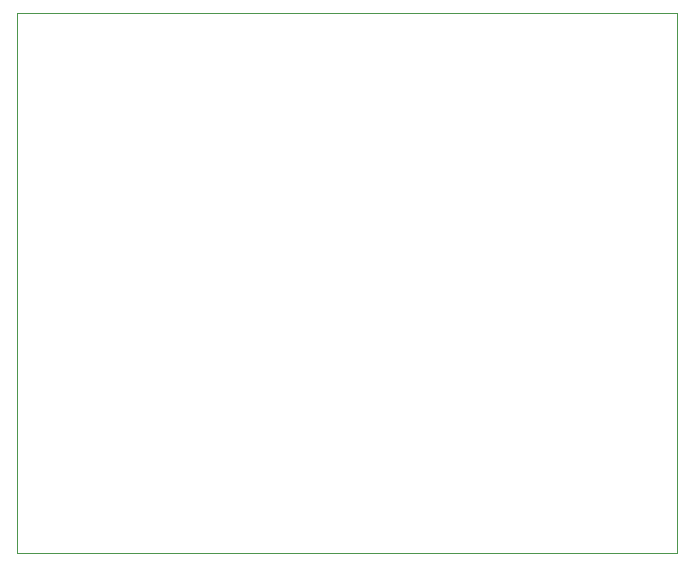
<source format=gbr>
G04 #@! TF.GenerationSoftware,KiCad,Pcbnew,5.1.5-52549c5~84~ubuntu18.04.1*
G04 #@! TF.CreationDate,2020-03-24T22:40:52-05:00*
G04 #@! TF.ProjectId,lm386-guitaramp,6c6d3338-362d-4677-9569-746172616d70,rev?*
G04 #@! TF.SameCoordinates,Original*
G04 #@! TF.FileFunction,Profile,NP*
%FSLAX46Y46*%
G04 Gerber Fmt 4.6, Leading zero omitted, Abs format (unit mm)*
G04 Created by KiCad (PCBNEW 5.1.5-52549c5~84~ubuntu18.04.1) date 2020-03-24 22:40:52*
%MOMM*%
%LPD*%
G04 APERTURE LIST*
%ADD10C,0.050000*%
G04 APERTURE END LIST*
D10*
X203200000Y-96520000D02*
X203200000Y-142240000D01*
X259080000Y-96520000D02*
X203200000Y-96520000D01*
X259080000Y-142240000D02*
X259080000Y-96520000D01*
X203200000Y-142240000D02*
X259080000Y-142240000D01*
M02*

</source>
